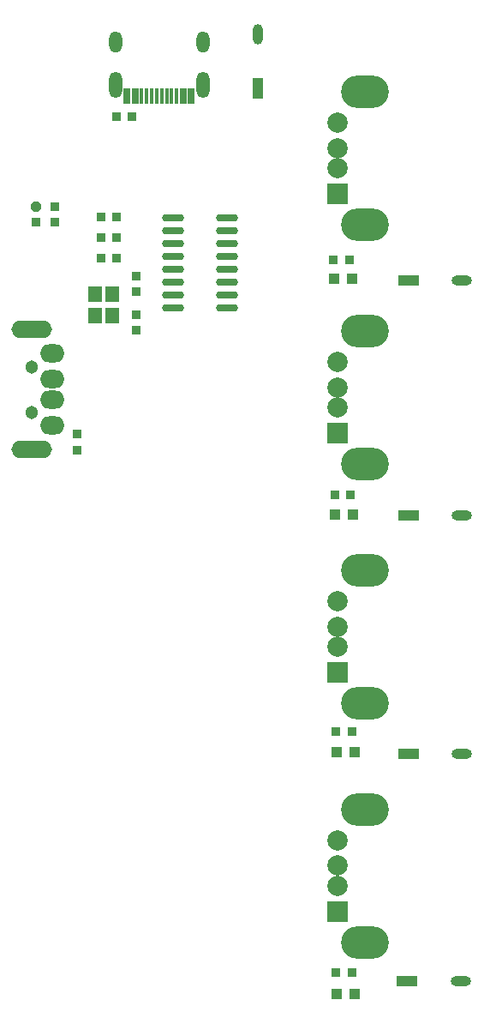
<source format=gts>
G04*
G04 #@! TF.GenerationSoftware,Altium Limited,Altium Designer,20.0.13 (296)*
G04*
G04 Layer_Color=8388736*
%FSLAX25Y25*%
%MOIN*%
G70*
G01*
G75*
%ADD29R,0.02762X0.06400*%
%ADD30R,0.01581X0.06400*%
%ADD31O,0.08674X0.02965*%
%ADD32R,0.03800X0.03800*%
%ADD33P,0.04113X8X112.5*%
%ADD34R,0.04300X0.04300*%
%ADD35R,0.05524X0.05918*%
%ADD36O,0.07887X0.03950*%
%ADD37R,0.07887X0.03950*%
%ADD38R,0.03800X0.03800*%
%ADD39O,0.03950X0.07887*%
%ADD40R,0.03950X0.07887*%
%ADD41O,0.18517X0.12611*%
%ADD42R,0.07887X0.07887*%
%ADD43C,0.07887*%
%ADD44O,0.05124X0.08274*%
%ADD45O,0.05124X0.10243*%
%ADD46O,0.09461X0.07099*%
%ADD47O,0.15800X0.06800*%
%ADD48C,0.05131*%
D29*
X358961Y424106D02*
D03*
X355811D02*
D03*
X334040D02*
D03*
X337189D02*
D03*
D30*
X339611D02*
D03*
X341579D02*
D03*
X343548D02*
D03*
X345516D02*
D03*
X347485D02*
D03*
X349453D02*
D03*
X351422D02*
D03*
X353390D02*
D03*
D31*
X351900Y376709D02*
D03*
Y371709D02*
D03*
Y366709D02*
D03*
Y361709D02*
D03*
Y356709D02*
D03*
Y351709D02*
D03*
Y346709D02*
D03*
Y341709D02*
D03*
X373000Y376709D02*
D03*
Y371709D02*
D03*
Y366709D02*
D03*
Y361709D02*
D03*
Y356709D02*
D03*
Y351709D02*
D03*
Y346709D02*
D03*
Y341709D02*
D03*
D32*
X298500Y374941D02*
D03*
X337500Y332941D02*
D03*
Y339059D02*
D03*
Y354059D02*
D03*
Y347941D02*
D03*
X306000Y374941D02*
D03*
Y381059D02*
D03*
X314500Y292559D02*
D03*
Y286441D02*
D03*
D33*
X298500Y381059D02*
D03*
D34*
X421500Y353000D02*
D03*
X414500D02*
D03*
X422000Y261500D02*
D03*
X415000D02*
D03*
X422500Y169000D02*
D03*
X415500D02*
D03*
X422500Y75000D02*
D03*
X415500D02*
D03*
D35*
X321654Y347134D02*
D03*
Y338866D02*
D03*
X328346D02*
D03*
Y347134D02*
D03*
D36*
X463933Y80000D02*
D03*
X464433Y168500D02*
D03*
Y261167D02*
D03*
Y352500D02*
D03*
D37*
X443067Y80000D02*
D03*
X443567Y168500D02*
D03*
Y261167D02*
D03*
Y352500D02*
D03*
D38*
X421559Y83500D02*
D03*
X415441D02*
D03*
X323941Y361000D02*
D03*
X330059D02*
D03*
X323941Y369000D02*
D03*
X330059D02*
D03*
X421559Y177000D02*
D03*
X415441D02*
D03*
X330059Y377000D02*
D03*
X323941D02*
D03*
X329941Y416000D02*
D03*
X336059D02*
D03*
X414941Y269000D02*
D03*
X421059D02*
D03*
X420559Y360500D02*
D03*
X414441D02*
D03*
D39*
X385000Y447933D02*
D03*
D40*
Y427067D02*
D03*
D41*
X426669Y146803D02*
D03*
Y95071D02*
D03*
Y239767D02*
D03*
Y188035D02*
D03*
Y332731D02*
D03*
Y280998D02*
D03*
Y425695D02*
D03*
Y373962D02*
D03*
D42*
X416000Y107158D02*
D03*
Y200121D02*
D03*
Y293085D02*
D03*
Y386049D02*
D03*
D43*
Y117000D02*
D03*
X416000Y134716D02*
D03*
X416000Y124874D02*
D03*
Y209964D02*
D03*
X416000Y227680D02*
D03*
X416000Y217838D02*
D03*
Y302928D02*
D03*
X416000Y320644D02*
D03*
X416000Y310802D02*
D03*
Y395891D02*
D03*
X416000Y413608D02*
D03*
X416000Y403765D02*
D03*
D44*
X329492Y444893D02*
D03*
X363508D02*
D03*
D45*
X329492Y428437D02*
D03*
X363508Y428437D02*
D03*
D46*
X304874Y324052D02*
D03*
Y313989D02*
D03*
Y306115D02*
D03*
Y296052D02*
D03*
D47*
X297000Y333228D02*
D03*
Y286772D02*
D03*
D48*
Y318858D02*
D03*
Y301142D02*
D03*
M02*

</source>
